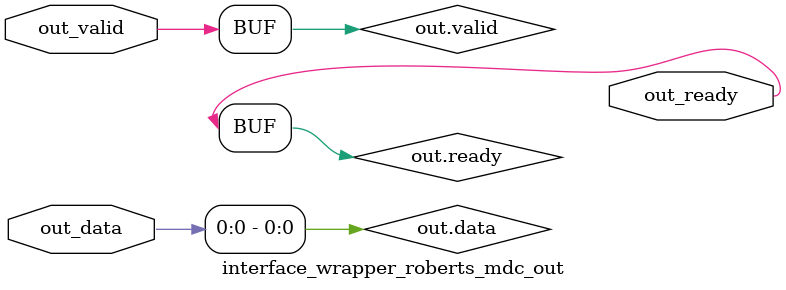
<source format=sv>
module interface_wrapper_roberts_mdc
(
  input [31:0] a_i_data,
  input a_i_valid,
  output a_i_ready,
  // input a stream
  hwpe_stream_intf_stream.sink   a_i,
  output [31:0] d_o_data,
  output d_o_valid,
  input d_o_ready,
  // output d stream
  hwpe_stream_intf_stream.source d_o
);

  assign a_i.ready = a_i_ready;
  assign a_i_valid = a_i.valid;
  assign a_i_data = a_i.data;

  assign d_o_ready = d_o.ready;
  assign d_o.valid = d_o_valid;
  assign d_o.data = d_o_data;

endmodule

module interface_wrapper_roberts_mdc_in
(
  output [31:0] in_data,
  output in_valid,
  input in_ready,
  // input stream intf
  hwpe_stream_intf_stream.sink   in
);

  assign in.ready = in_ready;
  assign in_valid = in.valid;
  assign in_data = in.data;

endmodule

module interface_wrapper_roberts_mdc_out
(
  input [31:0] out_data,
  input out_valid,
  output out_ready,
  // output stream intf
  hwpe_stream_intf_stream.source out
);

  assign out_ready = out.ready;
  assign out.valid = out_valid;
  assign out.data = out_data;

endmodule

</source>
